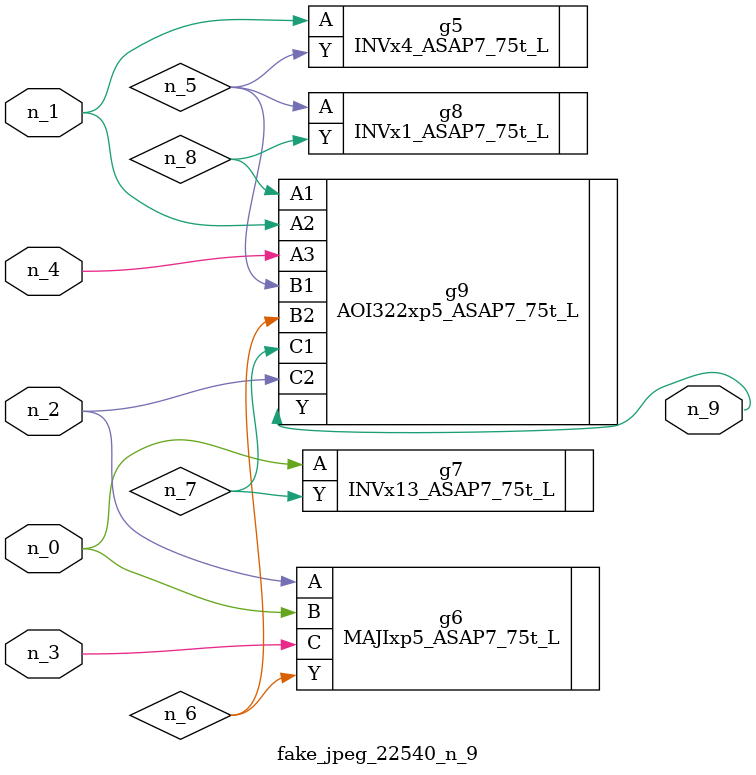
<source format=v>
module fake_jpeg_22540_n_9 (n_3, n_2, n_1, n_0, n_4, n_9);

input n_3;
input n_2;
input n_1;
input n_0;
input n_4;

output n_9;

wire n_8;
wire n_6;
wire n_5;
wire n_7;

INVx4_ASAP7_75t_L g5 ( 
.A(n_1),
.Y(n_5)
);

MAJIxp5_ASAP7_75t_L g6 ( 
.A(n_2),
.B(n_0),
.C(n_3),
.Y(n_6)
);

INVx13_ASAP7_75t_L g7 ( 
.A(n_0),
.Y(n_7)
);

INVx1_ASAP7_75t_L g8 ( 
.A(n_5),
.Y(n_8)
);

AOI322xp5_ASAP7_75t_L g9 ( 
.A1(n_8),
.A2(n_1),
.A3(n_4),
.B1(n_5),
.B2(n_6),
.C1(n_7),
.C2(n_2),
.Y(n_9)
);


endmodule
</source>
